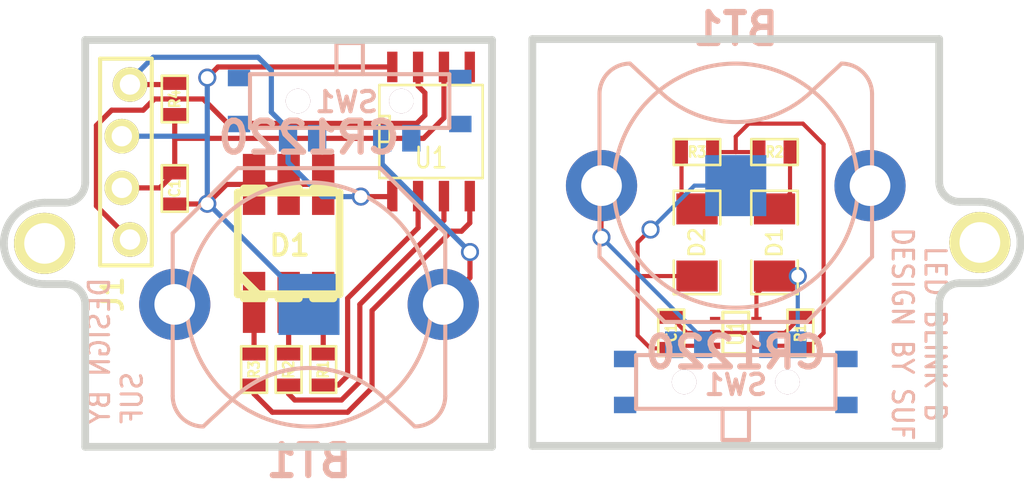
<source format=kicad_pcb>
(kicad_pcb (version 3) (host pcbnew "(2013-07-07 BZR 4022)-stable")

  (general
    (links 41)
    (no_connects 8)
    (area 43.626934 47.6406 220.629501 102.3404)
    (thickness 1.6002)
    (drawings 24)
    (tracks 120)
    (zones 0)
    (modules 21)
    (nets 13)
  )

  (page A4)
  (layers
    (15 F.Cu signal)
    (0 B.Cu signal)
    (16 B.Adhes user)
    (17 F.Adhes user)
    (18 B.Paste user)
    (19 F.Paste user)
    (20 B.SilkS user)
    (21 F.SilkS user)
    (22 B.Mask user)
    (23 F.Mask user)
    (24 Dwgs.User user)
    (25 Cmts.User user)
    (26 Eco1.User user)
    (27 Eco2.User user)
    (28 Edge.Cuts user)
  )

  (setup
    (last_trace_width 0.2032)
    (trace_clearance 0.254)
    (zone_clearance 0.508)
    (zone_45_only no)
    (trace_min 0.254)
    (segment_width 0.381)
    (edge_width 0.381)
    (via_size 0.889)
    (via_drill 0.635)
    (via_min_size 0.889)
    (via_min_drill 0.508)
    (uvia_size 0.508)
    (uvia_drill 0.127)
    (uvias_allowed no)
    (uvia_min_size 0.508)
    (uvia_min_drill 0.127)
    (pcb_text_width 0.3048)
    (pcb_text_size 1.524 2.032)
    (mod_edge_width 0.2)
    (mod_text_size 1.524 1.524)
    (mod_text_width 0.3048)
    (pad_size 3 3)
    (pad_drill 2)
    (pad_to_mask_clearance 0.254)
    (aux_axis_origin 100 100)
    (visible_elements 7FFFFFFF)
    (pcbplotparams
      (layerselection 3178497)
      (usegerberextensions true)
      (excludeedgelayer true)
      (linewidth 0.150000)
      (plotframeref false)
      (viasonmask false)
      (mode 1)
      (useauxorigin false)
      (hpglpennumber 1)
      (hpglpenspeed 20)
      (hpglpendiameter 15)
      (hpglpenoverlay 2)
      (psnegative false)
      (psa4output false)
      (plotreference true)
      (plotvalue true)
      (plotothertext true)
      (plotinvisibletext false)
      (padsonsilk false)
      (subtractmaskfromsilk false)
      (outputformat 1)
      (mirror false)
      (drillshape 1)
      (scaleselection 1)
      (outputdirectory ""))
  )

  (net 0 "")
  (net 1 GND)
  (net 2 N-000001)
  (net 3 N-0000010)
  (net 4 N-0000011)
  (net 5 N-0000012)
  (net 6 N-000002)
  (net 7 N-000003)
  (net 8 N-000004)
  (net 9 N-000006)
  (net 10 N-000007)
  (net 11 N-000008)
  (net 12 VCC)

  (net_class Default "This is the default net class."
    (clearance 0.254)
    (trace_width 0.2032)
    (via_dia 0.889)
    (via_drill 0.635)
    (uvia_dia 0.508)
    (uvia_drill 0.127)
    (add_net "")
    (add_net GND)
    (add_net N-000001)
    (add_net N-0000010)
    (add_net N-0000011)
    (add_net N-0000012)
    (add_net N-000002)
    (add_net N-000003)
    (add_net N-000004)
    (add_net N-000006)
    (add_net N-000007)
    (add_net N-000008)
    (add_net VCC)
  )

  (module SOIC-8 (layer F.Cu) (tedit 520E6ADF) (tstamp 520E533D)
    (at 71 54.5)
    (descr "Module CMS SOJ 8 pins large")
    (tags "CMS SOJ")
    (path /520D4457)
    (attr smd)
    (fp_text reference U1 (at 0 1.3) (layer F.SilkS)
      (effects (font (size 1.00076 0.8001) (thickness 0.127)))
    )
    (fp_text value MSP430G2230 (at 0 1.27) (layer F.SilkS) hide
      (effects (font (size 1.00076 0.8001) (thickness 0.127)))
    )
    (fp_line (start -2.54 -2.286) (end 2.54 -2.286) (layer F.SilkS) (width 0.127))
    (fp_line (start 2.54 -2.286) (end 2.54 2.286) (layer F.SilkS) (width 0.127))
    (fp_line (start 2.54 2.286) (end -2.54 2.286) (layer F.SilkS) (width 0.127))
    (fp_line (start -2.54 2.286) (end -2.54 -2.286) (layer F.SilkS) (width 0.127))
    (fp_line (start -2.54 -0.762) (end -2.032 -0.762) (layer F.SilkS) (width 0.127))
    (fp_line (start -2.032 -0.762) (end -2.032 0.508) (layer F.SilkS) (width 0.127))
    (fp_line (start -2.032 0.508) (end -2.54 0.508) (layer F.SilkS) (width 0.127))
    (pad 8 smd rect (at -1.905 -3.175) (size 0.508 1.50114)
      (layers F.Cu F.Paste F.Mask)
      (net 1 GND)
    )
    (pad 7 smd rect (at -0.635 -3.175) (size 0.508 1.50114)
      (layers F.Cu F.Paste F.Mask)
      (net 7 N-000003)
    )
    (pad 6 smd rect (at 0.635 -3.175) (size 0.508 1.50114)
      (layers F.Cu F.Paste F.Mask)
      (net 8 N-000004)
    )
    (pad 5 smd rect (at 1.905 -3.175) (size 0.508 1.50114)
      (layers F.Cu F.Paste F.Mask)
    )
    (pad 4 smd rect (at 1.905 3.175) (size 0.508 1.50114)
      (layers F.Cu F.Paste F.Mask)
      (net 3 N-0000010)
    )
    (pad 3 smd rect (at 0.635 3.175) (size 0.508 1.50114)
      (layers F.Cu F.Paste F.Mask)
      (net 4 N-0000011)
    )
    (pad 2 smd rect (at -0.635 3.175) (size 0.508 1.50114)
      (layers F.Cu F.Paste F.Mask)
      (net 5 N-0000012)
    )
    (pad 1 smd rect (at -1.905 3.175) (size 0.508 1.50114)
      (layers F.Cu F.Paste F.Mask)
      (net 12 VCC)
    )
    (model smd/cms_so8.wrl
      (at (xyz 0 0 0))
      (scale (xyz 0.5 0.38 0.5))
      (rotate (xyz 0 0 0))
    )
  )

  (module SM0603 (layer F.Cu) (tedit 4E43A3D1) (tstamp 520E5347)
    (at 65.7 66.2 270)
    (path /520D4484)
    (attr smd)
    (fp_text reference R1 (at 0 0 270) (layer F.SilkS)
      (effects (font (size 0.508 0.4572) (thickness 0.1143)))
    )
    (fp_text value 470 (at 0 0 270) (layer F.SilkS) hide
      (effects (font (size 0.508 0.4572) (thickness 0.1143)))
    )
    (fp_line (start -1.143 -0.635) (end 1.143 -0.635) (layer F.SilkS) (width 0.127))
    (fp_line (start 1.143 -0.635) (end 1.143 0.635) (layer F.SilkS) (width 0.127))
    (fp_line (start 1.143 0.635) (end -1.143 0.635) (layer F.SilkS) (width 0.127))
    (fp_line (start -1.143 0.635) (end -1.143 -0.635) (layer F.SilkS) (width 0.127))
    (pad 1 smd rect (at -0.762 0 270) (size 0.635 1.143)
      (layers F.Cu F.Paste F.Mask)
      (net 9 N-000006)
    )
    (pad 2 smd rect (at 0.762 0 270) (size 0.635 1.143)
      (layers F.Cu F.Paste F.Mask)
      (net 5 N-0000012)
    )
    (model smd\resistors\R0603.wrl
      (at (xyz 0 0 0.001))
      (scale (xyz 0.5 0.5 0.5))
      (rotate (xyz 0 0 0))
    )
  )

  (module SM0603 (layer F.Cu) (tedit 4E43A3D1) (tstamp 520E5351)
    (at 64 66.2 270)
    (path /520D449D)
    (attr smd)
    (fp_text reference R2 (at 0 0 270) (layer F.SilkS)
      (effects (font (size 0.508 0.4572) (thickness 0.1143)))
    )
    (fp_text value 470 (at 0 0 270) (layer F.SilkS) hide
      (effects (font (size 0.508 0.4572) (thickness 0.1143)))
    )
    (fp_line (start -1.143 -0.635) (end 1.143 -0.635) (layer F.SilkS) (width 0.127))
    (fp_line (start 1.143 -0.635) (end 1.143 0.635) (layer F.SilkS) (width 0.127))
    (fp_line (start 1.143 0.635) (end -1.143 0.635) (layer F.SilkS) (width 0.127))
    (fp_line (start -1.143 0.635) (end -1.143 -0.635) (layer F.SilkS) (width 0.127))
    (pad 1 smd rect (at -0.762 0 270) (size 0.635 1.143)
      (layers F.Cu F.Paste F.Mask)
      (net 10 N-000007)
    )
    (pad 2 smd rect (at 0.762 0 270) (size 0.635 1.143)
      (layers F.Cu F.Paste F.Mask)
      (net 4 N-0000011)
    )
    (model smd\resistors\R0603.wrl
      (at (xyz 0 0 0.001))
      (scale (xyz 0.5 0.5 0.5))
      (rotate (xyz 0 0 0))
    )
  )

  (module SM0603 (layer F.Cu) (tedit 4E43A3D1) (tstamp 520E535B)
    (at 62.3 66.2 270)
    (path /520D44AC)
    (attr smd)
    (fp_text reference R3 (at 0 0 270) (layer F.SilkS)
      (effects (font (size 0.508 0.4572) (thickness 0.1143)))
    )
    (fp_text value 470 (at 0 0 270) (layer F.SilkS) hide
      (effects (font (size 0.508 0.4572) (thickness 0.1143)))
    )
    (fp_line (start -1.143 -0.635) (end 1.143 -0.635) (layer F.SilkS) (width 0.127))
    (fp_line (start 1.143 -0.635) (end 1.143 0.635) (layer F.SilkS) (width 0.127))
    (fp_line (start 1.143 0.635) (end -1.143 0.635) (layer F.SilkS) (width 0.127))
    (fp_line (start -1.143 0.635) (end -1.143 -0.635) (layer F.SilkS) (width 0.127))
    (pad 1 smd rect (at -0.762 0 270) (size 0.635 1.143)
      (layers F.Cu F.Paste F.Mask)
      (net 11 N-000008)
    )
    (pad 2 smd rect (at 0.762 0 270) (size 0.635 1.143)
      (layers F.Cu F.Paste F.Mask)
      (net 3 N-0000010)
    )
    (model smd\resistors\R0603.wrl
      (at (xyz 0 0 0.001))
      (scale (xyz 0.5 0.5 0.5))
      (rotate (xyz 0 0 0))
    )
  )

  (module SM0603 (layer F.Cu) (tedit 4E43A3D1) (tstamp 520E5365)
    (at 58.4 52.9 270)
    (path /520D4558)
    (attr smd)
    (fp_text reference R4 (at 0 0 270) (layer F.SilkS)
      (effects (font (size 0.508 0.4572) (thickness 0.1143)))
    )
    (fp_text value 47K (at 0 0 270) (layer F.SilkS) hide
      (effects (font (size 0.508 0.4572) (thickness 0.1143)))
    )
    (fp_line (start -1.143 -0.635) (end 1.143 -0.635) (layer F.SilkS) (width 0.127))
    (fp_line (start 1.143 -0.635) (end 1.143 0.635) (layer F.SilkS) (width 0.127))
    (fp_line (start 1.143 0.635) (end -1.143 0.635) (layer F.SilkS) (width 0.127))
    (fp_line (start -1.143 0.635) (end -1.143 -0.635) (layer F.SilkS) (width 0.127))
    (pad 1 smd rect (at -0.762 0 270) (size 0.635 1.143)
      (layers F.Cu F.Paste F.Mask)
      (net 12 VCC)
    )
    (pad 2 smd rect (at 0.762 0 270) (size 0.635 1.143)
      (layers F.Cu F.Paste F.Mask)
      (net 8 N-000004)
    )
    (model smd\resistors\R0603.wrl
      (at (xyz 0 0 0.001))
      (scale (xyz 0.5 0.5 0.5))
      (rotate (xyz 0 0 0))
    )
  )

  (module SM0603 (layer F.Cu) (tedit 4E43A3D1) (tstamp 520E536F)
    (at 58.4 57.3 270)
    (path /520D4567)
    (attr smd)
    (fp_text reference C1 (at 0 0 270) (layer F.SilkS)
      (effects (font (size 0.508 0.4572) (thickness 0.1143)))
    )
    (fp_text value 1nF (at 0 0 270) (layer F.SilkS) hide
      (effects (font (size 0.508 0.4572) (thickness 0.1143)))
    )
    (fp_line (start -1.143 -0.635) (end 1.143 -0.635) (layer F.SilkS) (width 0.127))
    (fp_line (start 1.143 -0.635) (end 1.143 0.635) (layer F.SilkS) (width 0.127))
    (fp_line (start 1.143 0.635) (end -1.143 0.635) (layer F.SilkS) (width 0.127))
    (fp_line (start -1.143 0.635) (end -1.143 -0.635) (layer F.SilkS) (width 0.127))
    (pad 1 smd rect (at -0.762 0 270) (size 0.635 1.143)
      (layers F.Cu F.Paste F.Mask)
      (net 8 N-000004)
    )
    (pad 2 smd rect (at 0.762 0 270) (size 0.635 1.143)
      (layers F.Cu F.Paste F.Mask)
      (net 1 GND)
    )
    (model smd\resistors\R0603.wrl
      (at (xyz 0 0 0.001))
      (scale (xyz 0.5 0.5 0.5))
      (rotate (xyz 0 0 0))
    )
  )

  (module PLCC-6 (layer F.Cu) (tedit 520E6B0A) (tstamp 520E5386)
    (at 64 60)
    (path /520D4475)
    (fp_text reference D1 (at 0.05 0.1) (layer F.SilkS)
      (effects (font (size 1 1) (thickness 0.2)))
    )
    (fp_text value OF-SMD5060RGB (at 0 6) (layer F.SilkS) hide
      (effects (font (size 1.524 1.524) (thickness 0.3048)))
    )
    (fp_line (start 1.2 2.7) (end 2.2 2.7) (layer F.SilkS) (width 0.381))
    (fp_line (start -0.5 2.7) (end 0.5 2.7) (layer F.SilkS) (width 0.381))
    (fp_line (start -2.2 2.7) (end -1.2 2.7) (layer F.SilkS) (width 0.381))
    (fp_line (start -2.2 -2.7) (end -1.2 -2.7) (layer F.SilkS) (width 0.381))
    (fp_line (start 1.2 -2.7) (end 2.2 -2.7) (layer F.SilkS) (width 0.381))
    (fp_line (start -0.5 -2.5) (end -0.5 -2.7) (layer F.SilkS) (width 0.381))
    (fp_line (start -0.5 -2.7) (end 0.5 -2.7) (layer F.SilkS) (width 0.381))
    (fp_line (start 0.5 -2.7) (end 0.5 -2.5) (layer F.SilkS) (width 0.381))
    (fp_line (start -2.5 1.5) (end -1.5 2.5) (layer F.SilkS) (width 0.381))
    (fp_line (start -2.5 -2.5) (end 2.5 -2.5) (layer F.SilkS) (width 0.381))
    (fp_line (start 2.5 -2.5) (end 2.5 2.5) (layer F.SilkS) (width 0.381))
    (fp_line (start 2.5 2.5) (end -2.5 2.5) (layer F.SilkS) (width 0.381))
    (fp_line (start -2.5 2.5) (end -2.5 -2.5) (layer F.SilkS) (width 0.381))
    (pad 1 smd rect (at -1.7 2.9) (size 1.1 3)
      (layers F.Cu F.Paste F.Mask)
      (net 11 N-000008)
    )
    (pad 2 smd rect (at 0 2.9) (size 1.1 3)
      (layers F.Cu F.Paste F.Mask)
      (net 10 N-000007)
    )
    (pad 3 smd rect (at 1.7 2.9) (size 1.1 3)
      (layers F.Cu F.Paste F.Mask)
      (net 9 N-000006)
    )
    (pad 4 smd rect (at 1.7 -2.9) (size 1.1 3)
      (layers F.Cu F.Paste F.Mask)
      (net 1 GND)
    )
    (pad 5 smd rect (at 0 -2.9) (size 1.1 3)
      (layers F.Cu F.Paste F.Mask)
      (net 1 GND)
    )
    (pad 6 smd rect (at -1.7 -2.9) (size 1.1 3)
      (layers F.Cu F.Paste F.Mask)
      (net 1 GND)
    )
  )

  (module MLL1300S (layer B.Cu) (tedit 520E6AC4) (tstamp 520E539B)
    (at 67 53)
    (path /520D4448)
    (fp_text reference SW1 (at -0.15 0.05) (layer B.SilkS)
      (effects (font (size 1 1) (thickness 0.2)) (justify mirror))
    )
    (fp_text value MLL1300S (at 0 -4.191) (layer B.SilkS) hide
      (effects (font (size 1.524 1.524) (thickness 0.3048)) (justify mirror))
    )
    (fp_line (start -0.65 -1.32) (end -0.65 -2.85) (layer B.SilkS) (width 0.2))
    (fp_line (start -0.65 -2.85) (end 0.65 -2.85) (layer B.SilkS) (width 0.2))
    (fp_line (start 0.65 -2.85) (end 0.65 -1.32) (layer B.SilkS) (width 0.2))
    (fp_line (start -4.9 -1.32) (end -4.9 1.32) (layer B.SilkS) (width 0.2))
    (fp_line (start -4.9 1.32) (end 4.9 1.32) (layer B.SilkS) (width 0.2))
    (fp_line (start 4.9 1.32) (end 4.9 -1.32) (layer B.SilkS) (width 0.2))
    (fp_line (start 4.9 -1.32) (end -4.9 -1.32) (layer B.SilkS) (width 0.2))
    (pad ~ thru_hole circle (at 2.54 0) (size 1.2 1.2) (drill 1.2)
      (layers *.Cu *.Mask B.SilkS)
    )
    (pad ~ thru_hole circle (at -2.54 0) (size 1.2 1.2) (drill 1.2)
      (layers *.Cu *.Mask B.SilkS)
    )
    (pad 1 smd rect (at -3.03 1.83) (size 0.9 1.31)
      (layers B.Cu B.Paste B.Mask)
      (net 12 VCC)
    )
    (pad 2 smd rect (at -1.6 1.83) (size 0.9 1.31)
      (layers B.Cu B.Paste B.Mask)
    )
    (pad 3 smd rect (at 1.6 1.83) (size 0.9 1.31)
      (layers B.Cu B.Paste B.Mask)
      (net 6 N-000002)
    )
    (pad 4 smd rect (at 3.03 1.83) (size 0.9 1.31)
      (layers B.Cu B.Paste B.Mask)
    )
    (pad ~ smd rect (at -5.44 1.13) (size 1.1 0.81)
      (layers B.Cu B.Paste B.Mask)
    )
    (pad ~ smd rect (at -5.44 -1.13) (size 1.1 0.81)
      (layers B.Cu B.Paste B.Mask)
    )
    (pad ~ smd rect (at 5.44 1.13) (size 1.1 0.81)
      (layers B.Cu B.Paste B.Mask)
    )
    (pad ~ smd rect (at 5.44 -1.13) (size 1.1 0.81)
      (layers B.Cu B.Paste B.Mask)
    )
  )

  (module HDR-TI-SBW (layer F.Cu) (tedit 520E98B2) (tstamp 520E53B9)
    (at 56 56 90)
    (path /520D9946)
    (fp_text reference J1 (at -6.5 -0.65 90) (layer F.SilkS)
      (effects (font (size 1 1) (thickness 0.2)))
    )
    (fp_text value SBW (at 0 2.54 90) (layer F.SilkS) hide
      (effects (font (size 1.524 1.524) (thickness 0.3048)))
    )
    (fp_line (start -5.08 1.27) (end 5.08 1.27) (layer F.SilkS) (width 0.2))
    (fp_line (start -5.08 -1.27) (end 5.08 -1.27) (layer F.SilkS) (width 0.2))
    (fp_line (start 5.08 -1.27) (end 5.08 1.27) (layer F.SilkS) (width 0.2))
    (fp_line (start -5.08 -1.27) (end -5.08 1.27) (layer F.SilkS) (width 0.2))
    (pad 1 thru_hole circle (at -3.81 0.2 90) (size 1.69926 1.69926) (drill 1.00076)
      (layers *.Cu *.Mask F.SilkS)
      (net 7 N-000003)
    )
    (pad 2 thru_hole circle (at -1.27 -0.2 90) (size 1.69926 1.69926) (drill 1.00076)
      (layers *.Cu *.Mask F.SilkS)
      (net 8 N-000004)
    )
    (pad 3 thru_hole circle (at 1.27 -0.2 90) (size 1.69926 1.69926) (drill 1.00076)
      (layers *.Cu *.Mask F.SilkS)
      (net 1 GND)
    )
    (pad 4 thru_hole circle (at 3.81 0.2 90) (size 1.69926 1.69926) (drill 1.00076)
      (layers *.Cu *.Mask F.SilkS)
      (net 12 VCC)
    )
  )

  (module MNT_HOLE_2 (layer F.Cu) (tedit 520EEDEF) (tstamp 520FA5BD)
    (at 52 60)
    (fp_text reference MNT_HOLE_2 (at 0 -2.6) (layer F.SilkS) hide
      (effects (font (size 1.524 1.524) (thickness 0.3048)))
    )
    (fp_text value Val** (at 0 2.8) (layer F.SilkS) hide
      (effects (font (size 1.524 1.524) (thickness 0.3048)))
    )
    (pad "" thru_hole circle (at 0 0) (size 3 3) (drill 2)
      (layers *.Cu *.Mask F.SilkS)
    )
  )

  (module Keystone-3001 (layer B.Cu) (tedit 526DE9AD) (tstamp 520E53AD)
    (at 65 63)
    (path /520D4606)
    (fp_text reference BT1 (at 0 7.7) (layer B.SilkS)
      (effects (font (size 1.524 1.524) (thickness 0.3048)) (justify mirror))
    )
    (fp_text value CR1220 (at 0 -8.2) (layer B.SilkS)
      (effects (font (size 1.524 1.524) (thickness 0.3048)) (justify mirror))
    )
    (fp_line (start -3.8 4.7) (end -5.2 6) (layer B.SilkS) (width 0.2))
    (fp_line (start 3.8 4.7) (end 5.2 6) (layer B.SilkS) (width 0.2))
    (fp_arc (start 0 8.5) (end 3.8 4.7) (angle -90) (layer B.SilkS) (width 0.2))
    (fp_arc (start -5.2 4.5) (end -6.7 4.5) (angle -90) (layer B.SilkS) (width 0.2))
    (fp_line (start -3.5 -6.7) (end -6.7 -3.5) (layer B.SilkS) (width 0.2))
    (fp_line (start -6.7 -3.5) (end -6.7 4.5) (layer B.SilkS) (width 0.2))
    (fp_line (start 6.7 -3.5) (end 3.5 -6.7) (layer B.SilkS) (width 0.2))
    (fp_arc (start 5.2 4.5) (end 5.2 6) (angle -90) (layer B.SilkS) (width 0.2))
    (fp_line (start 6.7 -3.5) (end 6.7 4.5) (layer B.SilkS) (width 0.2))
    (fp_line (start -3.5 -6.7) (end 3.5 -6.7) (layer B.SilkS) (width 0.2))
    (fp_circle (center 0 0) (end -6 -0.1) (layer B.SilkS) (width 0.2))
    (pad 2 smd rect (at 0 0) (size 3 3)
      (layers B.Cu B.Paste B.Mask)
      (net 1 GND)
    )
    (pad 1 thru_hole circle (at 6.6 0) (size 3.5 3.5) (drill 2)
      (layers F.Cu F.Mask)
      (net 6 N-000002)
    )
    (pad 1 thru_hole circle (at -6.6 0) (size 3.5 3.5) (drill 2)
      (layers F.Cu F.Mask)
      (net 6 N-000002)
    )
  )

  (module SOT353 (layer F.Cu) (tedit 46555299) (tstamp 51F7B778)
    (at 85.9822 64.3993)
    (descr SOT353)
    (path /51F7AFFC)
    (attr smd)
    (fp_text reference U1 (at 0 0 90) (layer F.SilkS)
      (effects (font (size 0.762 0.635) (thickness 0.127)))
    )
    (fp_text value 74AHC1G14 (at 0 0 90) (layer F.SilkS) hide
      (effects (font (size 0.762 0.635) (thickness 0.127)))
    )
    (fp_line (start 0.635 1.016) (end 0.635 -1.016) (layer F.SilkS) (width 0.1524))
    (fp_line (start 0.635 -1.016) (end -0.635 -1.016) (layer F.SilkS) (width 0.1524))
    (fp_line (start -0.635 -1.016) (end -0.635 1.016) (layer F.SilkS) (width 0.1524))
    (fp_line (start -0.635 1.016) (end 0.635 1.016) (layer F.SilkS) (width 0.1524))
    (pad 1 smd rect (at -1.016 -0.635) (size 0.508 0.3048)
      (layers F.Cu F.Paste F.Mask)
    )
    (pad 3 smd rect (at -1.016 0.635) (size 0.508 0.3048)
      (layers F.Cu F.Paste F.Mask)
      (net 1 GND)
    )
    (pad 5 smd rect (at 1.016 -0.635) (size 0.508 0.3048)
      (layers F.Cu F.Paste F.Mask)
      (net 12 VCC)
    )
    (pad 2 smd rect (at -1.016 0) (size 0.508 0.3048)
      (layers F.Cu F.Paste F.Mask)
      (net 8 N-000004)
    )
    (pad 4 smd rect (at 1.016 0.635) (size 0.508 0.3048)
      (layers F.Cu F.Paste F.Mask)
      (net 7 N-000003)
    )
  )

  (module SM0603 (layer F.Cu) (tedit 4E43A3D1) (tstamp 51F7B79C)
    (at 84.0772 55.5093 180)
    (path /51F7B056)
    (attr smd)
    (fp_text reference R3 (at 0 0 180) (layer F.SilkS)
      (effects (font (size 0.508 0.4572) (thickness 0.1143)))
    )
    (fp_text value 470 (at 0 0 180) (layer F.SilkS) hide
      (effects (font (size 0.508 0.4572) (thickness 0.1143)))
    )
    (fp_line (start -1.143 -0.635) (end 1.143 -0.635) (layer F.SilkS) (width 0.127))
    (fp_line (start 1.143 -0.635) (end 1.143 0.635) (layer F.SilkS) (width 0.127))
    (fp_line (start 1.143 0.635) (end -1.143 0.635) (layer F.SilkS) (width 0.127))
    (fp_line (start -1.143 0.635) (end -1.143 -0.635) (layer F.SilkS) (width 0.127))
    (pad 1 smd rect (at -0.762 0 180) (size 0.635 1.143)
      (layers F.Cu F.Paste F.Mask)
      (net 7 N-000003)
    )
    (pad 2 smd rect (at 0.762 0 180) (size 0.635 1.143)
      (layers F.Cu F.Paste F.Mask)
      (net 2 N-000001)
    )
    (model smd\resistors\R0603.wrl
      (at (xyz 0 0 0.001))
      (scale (xyz 0.5 0.5 0.5))
      (rotate (xyz 0 0 0))
    )
  )

  (module SM0603 (layer F.Cu) (tedit 4E43A3D1) (tstamp 51F7B79E)
    (at 87.8872 55.5093 180)
    (path /51F7B052)
    (attr smd)
    (fp_text reference R2 (at 0 0 180) (layer F.SilkS)
      (effects (font (size 0.508 0.4572) (thickness 0.1143)))
    )
    (fp_text value 470 (at 0 0 180) (layer F.SilkS) hide
      (effects (font (size 0.508 0.4572) (thickness 0.1143)))
    )
    (fp_line (start -1.143 -0.635) (end 1.143 -0.635) (layer F.SilkS) (width 0.127))
    (fp_line (start 1.143 -0.635) (end 1.143 0.635) (layer F.SilkS) (width 0.127))
    (fp_line (start 1.143 0.635) (end -1.143 0.635) (layer F.SilkS) (width 0.127))
    (fp_line (start -1.143 0.635) (end -1.143 -0.635) (layer F.SilkS) (width 0.127))
    (pad 1 smd rect (at -0.762 0 180) (size 0.635 1.143)
      (layers F.Cu F.Paste F.Mask)
      (net 6 N-000002)
    )
    (pad 2 smd rect (at 0.762 0 180) (size 0.635 1.143)
      (layers F.Cu F.Paste F.Mask)
      (net 7 N-000003)
    )
    (model smd\resistors\R0603.wrl
      (at (xyz 0 0 0.001))
      (scale (xyz 0.5 0.5 0.5))
      (rotate (xyz 0 0 0))
    )
  )

  (module SM0603 (layer F.Cu) (tedit 4E43A3D1) (tstamp 51F7B7A0)
    (at 89.1572 64.3993 270)
    (path /51F7B04E)
    (attr smd)
    (fp_text reference R1 (at 0 0 270) (layer F.SilkS)
      (effects (font (size 0.508 0.4572) (thickness 0.1143)))
    )
    (fp_text value 27K (at 0 0 270) (layer F.SilkS) hide
      (effects (font (size 0.508 0.4572) (thickness 0.1143)))
    )
    (fp_line (start -1.143 -0.635) (end 1.143 -0.635) (layer F.SilkS) (width 0.127))
    (fp_line (start 1.143 -0.635) (end 1.143 0.635) (layer F.SilkS) (width 0.127))
    (fp_line (start 1.143 0.635) (end -1.143 0.635) (layer F.SilkS) (width 0.127))
    (fp_line (start -1.143 0.635) (end -1.143 -0.635) (layer F.SilkS) (width 0.127))
    (pad 1 smd rect (at -0.762 0 270) (size 0.635 1.143)
      (layers F.Cu F.Paste F.Mask)
      (net 8 N-000004)
    )
    (pad 2 smd rect (at 0.762 0 270) (size 0.635 1.143)
      (layers F.Cu F.Paste F.Mask)
      (net 7 N-000003)
    )
    (model smd\resistors\R0603.wrl
      (at (xyz 0 0 0.001))
      (scale (xyz 0.5 0.5 0.5))
      (rotate (xyz 0 0 0))
    )
  )

  (module SM0603 (layer F.Cu) (tedit 4E43A3D1) (tstamp 51F7B7A2)
    (at 82.8072 64.3993 270)
    (path /51F7B041)
    (attr smd)
    (fp_text reference C1 (at 0 0 270) (layer F.SilkS)
      (effects (font (size 0.508 0.4572) (thickness 0.1143)))
    )
    (fp_text value 10uF/6.3V (at 0 0 270) (layer F.SilkS) hide
      (effects (font (size 0.508 0.4572) (thickness 0.1143)))
    )
    (fp_line (start -1.143 -0.635) (end 1.143 -0.635) (layer F.SilkS) (width 0.127))
    (fp_line (start 1.143 -0.635) (end 1.143 0.635) (layer F.SilkS) (width 0.127))
    (fp_line (start 1.143 0.635) (end -1.143 0.635) (layer F.SilkS) (width 0.127))
    (fp_line (start -1.143 0.635) (end -1.143 -0.635) (layer F.SilkS) (width 0.127))
    (pad 1 smd rect (at -0.762 0 270) (size 0.635 1.143)
      (layers F.Cu F.Paste F.Mask)
      (net 8 N-000004)
    )
    (pad 2 smd rect (at 0.762 0 270) (size 0.635 1.143)
      (layers F.Cu F.Paste F.Mask)
      (net 1 GND)
    )
    (model smd\resistors\R0603.wrl
      (at (xyz 0 0 0.001))
      (scale (xyz 0.5 0.5 0.5))
      (rotate (xyz 0 0 0))
    )
  )

  (module SM1206 (layer F.Cu) (tedit 42806E24) (tstamp 51F7B798)
    (at 87.8872 59.9543 90)
    (path /51F7B063)
    (attr smd)
    (fp_text reference D1 (at 0 0 90) (layer F.SilkS)
      (effects (font (size 0.762 0.762) (thickness 0.127)))
    )
    (fp_text value LED (at 0 0 90) (layer F.SilkS) hide
      (effects (font (size 0.762 0.762) (thickness 0.127)))
    )
    (fp_line (start -2.54 -1.143) (end -2.54 1.143) (layer F.SilkS) (width 0.127))
    (fp_line (start -2.54 1.143) (end -0.889 1.143) (layer F.SilkS) (width 0.127))
    (fp_line (start 0.889 -1.143) (end 2.54 -1.143) (layer F.SilkS) (width 0.127))
    (fp_line (start 2.54 -1.143) (end 2.54 1.143) (layer F.SilkS) (width 0.127))
    (fp_line (start 2.54 1.143) (end 0.889 1.143) (layer F.SilkS) (width 0.127))
    (fp_line (start -0.889 -1.143) (end -2.54 -1.143) (layer F.SilkS) (width 0.127))
    (pad 1 smd rect (at -1.651 0 90) (size 1.524 2.032)
      (layers F.Cu F.Paste F.Mask)
      (net 12 VCC)
    )
    (pad 2 smd rect (at 1.651 0 90) (size 1.524 2.032)
      (layers F.Cu F.Paste F.Mask)
      (net 6 N-000002)
    )
    (model smd/chip_cms.wrl
      (at (xyz 0 0 0))
      (scale (xyz 0.17 0.16 0.16))
      (rotate (xyz 0 0 0))
    )
  )

  (module SM1206 (layer F.Cu) (tedit 42806E24) (tstamp 51F7B79A)
    (at 84.0772 59.9543 270)
    (path /51F7B060)
    (attr smd)
    (fp_text reference D2 (at 0 0 270) (layer F.SilkS)
      (effects (font (size 0.762 0.762) (thickness 0.127)))
    )
    (fp_text value LED (at 0 0 270) (layer F.SilkS) hide
      (effects (font (size 0.762 0.762) (thickness 0.127)))
    )
    (fp_line (start -2.54 -1.143) (end -2.54 1.143) (layer F.SilkS) (width 0.127))
    (fp_line (start -2.54 1.143) (end -0.889 1.143) (layer F.SilkS) (width 0.127))
    (fp_line (start 0.889 -1.143) (end 2.54 -1.143) (layer F.SilkS) (width 0.127))
    (fp_line (start 2.54 -1.143) (end 2.54 1.143) (layer F.SilkS) (width 0.127))
    (fp_line (start 2.54 1.143) (end 0.889 1.143) (layer F.SilkS) (width 0.127))
    (fp_line (start -0.889 -1.143) (end -2.54 -1.143) (layer F.SilkS) (width 0.127))
    (pad 1 smd rect (at -1.651 0 270) (size 1.524 2.032)
      (layers F.Cu F.Paste F.Mask)
      (net 2 N-000001)
    )
    (pad 2 smd rect (at 1.651 0 270) (size 1.524 2.032)
      (layers F.Cu F.Paste F.Mask)
      (net 1 GND)
    )
    (model smd/chip_cms.wrl
      (at (xyz 0 0 0))
      (scale (xyz 0.17 0.16 0.16))
      (rotate (xyz 0 0 0))
    )
  )

  (module MLL1300S (layer B.Cu) (tedit 520EF34F) (tstamp 520C4F59)
    (at 85.9822 66.8123 180)
    (path /520C4F3F)
    (fp_text reference SW1 (at 0 -0.142 180) (layer B.SilkS)
      (effects (font (size 1 1) (thickness 0.2)) (justify mirror))
    )
    (fp_text value MLL1300S (at 0 -4.191 180) (layer B.SilkS) hide
      (effects (font (size 1.524 1.524) (thickness 0.3048)) (justify mirror))
    )
    (fp_line (start -0.65 -1.32) (end -0.65 -2.85) (layer B.SilkS) (width 0.2))
    (fp_line (start -0.65 -2.85) (end 0.65 -2.85) (layer B.SilkS) (width 0.2))
    (fp_line (start 0.65 -2.85) (end 0.65 -1.32) (layer B.SilkS) (width 0.2))
    (fp_line (start -4.9 -1.32) (end -4.9 1.32) (layer B.SilkS) (width 0.2))
    (fp_line (start -4.9 1.32) (end 4.9 1.32) (layer B.SilkS) (width 0.2))
    (fp_line (start 4.9 1.32) (end 4.9 -1.32) (layer B.SilkS) (width 0.2))
    (fp_line (start 4.9 -1.32) (end -4.9 -1.32) (layer B.SilkS) (width 0.2))
    (pad ~ thru_hole circle (at 2.54 0 180) (size 1.2 1.2) (drill 1.2)
      (layers *.Cu *.Mask B.SilkS)
    )
    (pad ~ thru_hole circle (at -2.54 0 180) (size 1.2 1.2) (drill 1.2)
      (layers *.Cu *.Mask B.SilkS)
    )
    (pad 1 smd rect (at -3.03 1.83 180) (size 0.9 1.31)
      (layers B.Cu B.Paste B.Mask)
      (net 12 VCC)
    )
    (pad 2 smd rect (at -1.6 1.83 180) (size 0.9 1.31)
      (layers B.Cu B.Paste B.Mask)
    )
    (pad 3 smd rect (at 1.6 1.83 180) (size 0.9 1.31)
      (layers B.Cu B.Paste B.Mask)
      (net 11 N-000008)
    )
    (pad 4 smd rect (at 3.03 1.83 180) (size 0.9 1.31)
      (layers B.Cu B.Paste B.Mask)
    )
    (pad ~ smd rect (at -5.44 1.13 180) (size 1.1 0.81)
      (layers B.Cu B.Paste B.Mask)
    )
    (pad ~ smd rect (at -5.44 -1.13 180) (size 1.1 0.81)
      (layers B.Cu B.Paste B.Mask)
    )
    (pad ~ smd rect (at 5.44 1.13 180) (size 1.1 0.81)
      (layers B.Cu B.Paste B.Mask)
    )
    (pad ~ smd rect (at 5.44 -1.13 180) (size 1.1 0.81)
      (layers B.Cu B.Paste B.Mask)
    )
  )

  (module MNT_HOLE_2 (layer F.Cu) (tedit 520EEDEF) (tstamp 520F4BC9)
    (at 97.9822 59.9543 180)
    (fp_text reference MNT_HOLE_2 (at 0 -2.6 180) (layer F.SilkS) hide
      (effects (font (size 1.524 1.524) (thickness 0.3048)))
    )
    (fp_text value Val** (at 0 2.8 180) (layer F.SilkS) hide
      (effects (font (size 1.524 1.524) (thickness 0.3048)))
    )
    (pad "" thru_hole circle (at 0 0 180) (size 3 3) (drill 2)
      (layers *.Cu *.Mask F.SilkS)
    )
  )

  (module Keystone-3001 (layer B.Cu) (tedit 526DE9AD) (tstamp 5204FD63)
    (at 85.9822 57.1603 180)
    (path /5204F7AD)
    (fp_text reference BT1 (at 0 7.7 180) (layer B.SilkS)
      (effects (font (size 1.524 1.524) (thickness 0.3048)) (justify mirror))
    )
    (fp_text value CR1220 (at 0 -8.2 180) (layer B.SilkS)
      (effects (font (size 1.524 1.524) (thickness 0.3048)) (justify mirror))
    )
    (fp_line (start -3.8 4.7) (end -5.2 6) (layer B.SilkS) (width 0.2))
    (fp_line (start 3.8 4.7) (end 5.2 6) (layer B.SilkS) (width 0.2))
    (fp_arc (start 0 8.5) (end 3.8 4.7) (angle -90) (layer B.SilkS) (width 0.2))
    (fp_arc (start -5.2 4.5) (end -6.7 4.5) (angle -90) (layer B.SilkS) (width 0.2))
    (fp_line (start -3.5 -6.7) (end -6.7 -3.5) (layer B.SilkS) (width 0.2))
    (fp_line (start -6.7 -3.5) (end -6.7 4.5) (layer B.SilkS) (width 0.2))
    (fp_line (start 6.7 -3.5) (end 3.5 -6.7) (layer B.SilkS) (width 0.2))
    (fp_arc (start 5.2 4.5) (end 5.2 6) (angle -90) (layer B.SilkS) (width 0.2))
    (fp_line (start 6.7 -3.5) (end 6.7 4.5) (layer B.SilkS) (width 0.2))
    (fp_line (start -3.5 -6.7) (end 3.5 -6.7) (layer B.SilkS) (width 0.2))
    (fp_circle (center 0 0) (end -6 -0.1) (layer B.SilkS) (width 0.2))
    (pad 2 smd rect (at 0 0 180) (size 3 3)
      (layers B.Cu B.Paste B.Mask)
      (net 1 GND)
    )
    (pad 1 thru_hole circle (at 6.6 0 180) (size 3.5 3.5) (drill 2)
      (layers F.Cu F.Mask)
      (net 11 N-000008)
    )
    (pad 1 thru_hole circle (at -6.6 0 180) (size 3.5 3.5) (drill 2)
      (layers F.Cu F.Mask)
      (net 11 N-000008)
    )
  )

  (gr_line (start 54 63) (end 54 70) (angle 90) (layer Edge.Cuts) (width 0.381))
  (gr_line (start 54 50) (end 54 57) (angle 90) (layer Edge.Cuts) (width 0.381))
  (gr_line (start 52 58) (end 53 58) (angle 90) (layer Edge.Cuts) (width 0.381))
  (gr_line (start 52 62) (end 53 62) (angle 90) (layer Edge.Cuts) (width 0.381))
  (gr_arc (start 53 63) (end 53 62) (angle 90) (layer Edge.Cuts) (width 0.381))
  (gr_arc (start 53 57) (end 54 57) (angle 90) (layer Edge.Cuts) (width 0.381))
  (gr_arc (start 52 60) (end 52 62) (angle 90) (layer Edge.Cuts) (width 0.381))
  (gr_arc (start 52 60) (end 50 60) (angle 90) (layer Edge.Cuts) (width 0.381))
  (gr_text "DESIGN BY\nSUF" (at 55.5 69 90) (layer B.SilkS)
    (effects (font (size 1 0.9) (thickness 0.15)) (justify right mirror))
  )
  (gr_line (start 74 50) (end 54 50) (angle 90) (layer Edge.Cuts) (width 0.381))
  (gr_line (start 74 70) (end 74 50) (angle 90) (layer Edge.Cuts) (width 0.381))
  (gr_line (start 54 70) (end 74 70) (angle 90) (layer Edge.Cuts) (width 0.381))
  (gr_text "LED BLINK B\nDESIGN BY SUF" (at 94.9822 64.4543 270) (layer B.SilkS)
    (effects (font (size 1 0.9) (thickness 0.15)))
  )
  (gr_line (start 95.9822 56.9543) (end 95.9822 49.9543) (angle 90) (layer Edge.Cuts) (width 0.381))
  (gr_line (start 95.9822 69.9543) (end 95.9822 62.9543) (angle 90) (layer Edge.Cuts) (width 0.381))
  (gr_line (start 97.9822 61.9543) (end 96.9822 61.9543) (angle 90) (layer Edge.Cuts) (width 0.381))
  (gr_line (start 97.9822 57.9543) (end 96.9822 57.9543) (angle 90) (layer Edge.Cuts) (width 0.381))
  (gr_arc (start 96.9822 56.9543) (end 96.9822 57.9543) (angle 90) (layer Edge.Cuts) (width 0.381))
  (gr_arc (start 96.9822 62.9543) (end 95.9822 62.9543) (angle 90) (layer Edge.Cuts) (width 0.381))
  (gr_arc (start 97.9822 59.9543) (end 97.9822 57.9543) (angle 90) (layer Edge.Cuts) (width 0.381))
  (gr_arc (start 97.9822 59.9543) (end 99.9822 59.9543) (angle 90) (layer Edge.Cuts) (width 0.381))
  (gr_line (start 75.9822 69.9543) (end 95.9822 69.9543) (angle 90) (layer Edge.Cuts) (width 0.381))
  (gr_line (start 75.9822 49.9543) (end 75.9822 69.9543) (angle 90) (layer Edge.Cuts) (width 0.381))
  (gr_line (start 95.9822 49.9543) (end 75.9822 49.9543) (angle 90) (layer Edge.Cuts) (width 0.381))

  (segment (start 55.8 54.73) (end 60 54.73) (width 0.254) (layer B.Cu) (net 1))
  (segment (start 60 58.05) (end 60.05 58.05) (width 0.254) (layer B.Cu) (net 1))
  (segment (start 60.05 58.05) (end 65 63) (width 0.254) (layer B.Cu) (net 1) (tstamp 526DECF8))
  (segment (start 62.3 57.1) (end 60.95 57.1) (width 0.254) (layer F.Cu) (net 1))
  (segment (start 60.95 57.1) (end 60 58.05) (width 0.254) (layer F.Cu) (net 1) (tstamp 526DECE5))
  (segment (start 69.095 51.325) (end 60.525 51.325) (width 0.254) (layer F.Cu) (net 1))
  (segment (start 60.525 51.325) (end 60 51.85) (width 0.254) (layer F.Cu) (net 1) (tstamp 520E5719))
  (via (at 60 51.85) (size 0.889) (layers F.Cu B.Cu) (net 1))
  (segment (start 60 51.85) (end 60 54.73) (width 0.254) (layer B.Cu) (net 1) (tstamp 520E571B))
  (segment (start 60 54.73) (end 60 58.05) (width 0.254) (layer B.Cu) (net 1) (tstamp 52D5BA5E))
  (via (at 60 58.05) (size 0.889) (layers F.Cu B.Cu) (net 1))
  (segment (start 59.988 58.062) (end 58.4 58.062) (width 0.254) (layer F.Cu) (net 1) (tstamp 520E571F))
  (segment (start 60 58.05) (end 59.988 58.062) (width 0.254) (layer F.Cu) (net 1) (tstamp 520E571E))
  (segment (start 62.3 57.1) (end 64 57.1) (width 0.254) (layer F.Cu) (net 1))
  (segment (start 64 57.1) (end 65.7 57.1) (width 0.254) (layer F.Cu) (net 1) (tstamp 520E5685))
  (segment (start 84.0772 61.6053) (end 81.1562 61.6053) (width 0.2032) (layer F.Cu) (net 1))
  (segment (start 82.8072 65.1613) (end 81.7912 65.1613) (width 0.2032) (layer F.Cu) (net 1))
  (segment (start 83.9502 57.1603) (end 85.9822 57.1603) (width 0.2032) (layer B.Cu) (net 1) (tstamp 526DFC9E))
  (segment (start 81.7912 59.3193) (end 83.9502 57.1603) (width 0.2032) (layer B.Cu) (net 1) (tstamp 526DFC9D))
  (via (at 81.7912 59.3193) (size 0.889) (layers F.Cu B.Cu) (net 1))
  (segment (start 81.1562 59.9543) (end 81.7912 59.3193) (width 0.2032) (layer F.Cu) (net 1) (tstamp 526DFC9B))
  (segment (start 81.1562 64.5263) (end 81.1562 61.6053) (width 0.2032) (layer F.Cu) (net 1) (tstamp 526DFC9A))
  (segment (start 81.1562 61.6053) (end 81.1562 59.9543) (width 0.2032) (layer F.Cu) (net 1) (tstamp 526DFCA5))
  (segment (start 81.7912 65.1613) (end 81.1562 64.5263) (width 0.2032) (layer F.Cu) (net 1) (tstamp 526DFC98))
  (segment (start 84.9662 65.0343) (end 82.9342 65.0343) (width 0.2032) (layer F.Cu) (net 1))
  (segment (start 82.9342 65.0343) (end 82.8072 65.1613) (width 0.2032) (layer F.Cu) (net 1) (tstamp 52092F96))
  (segment (start 82.9342 65.0343) (end 82.8072 65.1613) (width 0.2032) (layer F.Cu) (net 1) (tstamp 52092B1D))
  (segment (start 83.3152 55.5093) (end 83.3152 57.5413) (width 0.2032) (layer F.Cu) (net 2))
  (segment (start 83.3152 57.5413) (end 84.0772 58.3033) (width 0.2032) (layer F.Cu) (net 2) (tstamp 52092E53))
  (segment (start 72.905 57.675) (end 72.905 58.995) (width 0.254) (layer F.Cu) (net 3) (status 10))
  (segment (start 62.3 67.4) (end 63.2 68.3) (width 0.254) (layer F.Cu) (net 3) (tstamp 520E564B))
  (segment (start 63.2 68.3) (end 66.9 68.3) (width 0.254) (layer F.Cu) (net 3) (tstamp 520E564C))
  (segment (start 66.9 68.3) (end 68.1 67.1) (width 0.254) (layer F.Cu) (net 3) (tstamp 520E564D))
  (segment (start 68.1 67.1) (end 68.1 63.3) (width 0.254) (layer F.Cu) (net 3) (tstamp 520E564F))
  (segment (start 62.3 67.4) (end 62.3 66.962) (width 0.254) (layer F.Cu) (net 3))
  (segment (start 72 59.4) (end 68.1 63.3) (width 0.254) (layer F.Cu) (net 3) (tstamp 520E5682))
  (segment (start 72.5 59.4) (end 72 59.4) (width 0.254) (layer F.Cu) (net 3) (tstamp 520E5681))
  (segment (start 72.905 58.995) (end 72.5 59.4) (width 0.254) (layer F.Cu) (net 3) (tstamp 520E5680))
  (segment (start 71.635 57.675) (end 71.635 58.865) (width 0.254) (layer F.Cu) (net 4))
  (segment (start 64 67.4) (end 64 66.962) (width 0.254) (layer F.Cu) (net 4))
  (segment (start 67.5 66.8) (end 67.5 63) (width 0.254) (layer F.Cu) (net 4) (tstamp 520E563F))
  (segment (start 66.6 67.7) (end 67.5 66.8) (width 0.254) (layer F.Cu) (net 4) (tstamp 520E563E))
  (segment (start 64.3 67.7) (end 66.6 67.7) (width 0.254) (layer F.Cu) (net 4) (tstamp 520E563D))
  (segment (start 64 67.4) (end 64.3 67.7) (width 0.254) (layer F.Cu) (net 4) (tstamp 520E563C))
  (segment (start 71.635 58.865) (end 67.5 63) (width 0.254) (layer F.Cu) (net 4) (tstamp 520E56DE))
  (segment (start 70.365 57.675) (end 70.365 59.235) (width 0.254) (layer F.Cu) (net 5) (status 10))
  (segment (start 66.438 66.962) (end 66.9 66.5) (width 0.254) (layer F.Cu) (net 5) (tstamp 520E5634))
  (segment (start 66.9 66.5) (end 66.9 62.7) (width 0.254) (layer F.Cu) (net 5) (tstamp 520E5635))
  (segment (start 66.438 66.962) (end 65.7 66.962) (width 0.254) (layer F.Cu) (net 5))
  (segment (start 70.365 59.235) (end 66.9 62.7) (width 0.254) (layer F.Cu) (net 5) (tstamp 520E5671))
  (segment (start 68.6 54.83) (end 68.6 56.109) (width 0.254) (layer B.Cu) (net 6))
  (segment (start 72.915 61.685) (end 71.6 63) (width 0.254) (layer F.Cu) (net 6) (tstamp 526DEC0A))
  (segment (start 72.915 60.424) (end 72.915 61.685) (width 0.254) (layer F.Cu) (net 6) (tstamp 526DEC09))
  (via (at 72.915 60.424) (size 0.889) (layers F.Cu B.Cu) (net 6))
  (segment (start 68.6 56.109) (end 72.915 60.424) (width 0.254) (layer B.Cu) (net 6) (tstamp 526DEBFC))
  (segment (start 88.6492 55.5093) (end 88.6492 57.5413) (width 0.2032) (layer F.Cu) (net 6))
  (segment (start 88.6492 57.5413) (end 87.8872 58.3033) (width 0.2032) (layer F.Cu) (net 6) (tstamp 52092E50))
  (segment (start 54.55 54.2) (end 54.55 58.16) (width 0.254) (layer F.Cu) (net 7))
  (segment (start 55.3 53.45) (end 54.55 54.2) (width 0.254) (layer F.Cu) (net 7) (tstamp 520E56EC))
  (segment (start 56.85 53.45) (end 55.3 53.45) (width 0.254) (layer F.Cu) (net 7) (tstamp 520E56EB))
  (segment (start 57.4 52.9) (end 56.85 53.45) (width 0.254) (layer F.Cu) (net 7) (tstamp 520E56EA))
  (segment (start 59.8 52.9) (end 57.4 52.9) (width 0.254) (layer F.Cu) (net 7) (tstamp 520E56E8))
  (segment (start 61 54.1) (end 59.8 52.9) (width 0.254) (layer F.Cu) (net 7) (tstamp 520E56E6))
  (segment (start 70.3 54.1) (end 61 54.1) (width 0.254) (layer F.Cu) (net 7) (tstamp 520E56E5))
  (segment (start 70.7 53.7) (end 70.3 54.1) (width 0.254) (layer F.Cu) (net 7) (tstamp 520E56E4))
  (segment (start 70.7 52.6) (end 70.7 53.7) (width 0.254) (layer F.Cu) (net 7) (tstamp 520E56E3))
  (segment (start 70.365 52.265) (end 70.7 52.6) (width 0.254) (layer F.Cu) (net 7) (tstamp 520E56E2))
  (segment (start 70.365 51.325) (end 70.365 52.265) (width 0.254) (layer F.Cu) (net 7))
  (segment (start 54.55 58.16) (end 56.2 59.81) (width 0.254) (layer F.Cu) (net 7) (tstamp 52D5BA4D))
  (segment (start 89.1572 65.1613) (end 89.5382 65.1613) (width 0.2032) (layer F.Cu) (net 7))
  (segment (start 85.9822 54.7473) (end 85.9822 55.5093) (width 0.2032) (layer F.Cu) (net 7) (tstamp 52092F6D))
  (segment (start 86.6172 54.1123) (end 85.9822 54.7473) (width 0.2032) (layer F.Cu) (net 7) (tstamp 52092F6C))
  (segment (start 89.2842 54.1123) (end 86.6172 54.1123) (width 0.2032) (layer F.Cu) (net 7) (tstamp 52092F6A))
  (segment (start 90.3002 55.1283) (end 89.2842 54.1123) (width 0.2032) (layer F.Cu) (net 7) (tstamp 52092F64))
  (segment (start 90.3002 64.3993) (end 90.3002 55.1283) (width 0.2032) (layer F.Cu) (net 7) (tstamp 52092F60))
  (segment (start 89.5382 65.1613) (end 90.3002 64.3993) (width 0.2032) (layer F.Cu) (net 7) (tstamp 52092F5C))
  (segment (start 84.8392 55.5093) (end 85.9822 55.5093) (width 0.2032) (layer F.Cu) (net 7))
  (segment (start 85.9822 55.5093) (end 87.1252 55.5093) (width 0.2032) (layer F.Cu) (net 7) (tstamp 52092F71))
  (segment (start 86.9982 65.0343) (end 89.0302 65.0343) (width 0.2032) (layer F.Cu) (net 7))
  (segment (start 89.0302 65.0343) (end 89.1572 65.1613) (width 0.2032) (layer F.Cu) (net 7) (tstamp 52092B36))
  (segment (start 55.8 57.27) (end 57.668 57.27) (width 0.254) (layer F.Cu) (net 8))
  (segment (start 57.668 57.27) (end 58.4 56.538) (width 0.254) (layer F.Cu) (net 8) (tstamp 52D5BA33))
  (segment (start 71.635 51.325) (end 71.635 53.83) (width 0.254) (layer F.Cu) (net 8))
  (segment (start 70.629 54.836) (end 58.4 54.836) (width 0.254) (layer F.Cu) (net 8) (tstamp 52D5BA21))
  (segment (start 71.635 53.83) (end 70.629 54.836) (width 0.254) (layer F.Cu) (net 8) (tstamp 52D5BA16))
  (segment (start 58.4 53.662) (end 58.4 54.7) (width 0.254) (layer F.Cu) (net 8))
  (segment (start 58.4 54.7) (end 58.4 54.836) (width 0.254) (layer F.Cu) (net 8) (tstamp 520E56A8))
  (segment (start 58.4 54.836) (end 58.4 56.538) (width 0.254) (layer F.Cu) (net 8) (tstamp 52D5BA31))
  (segment (start 84.9662 64.3993) (end 88.3952 64.3993) (width 0.2032) (layer F.Cu) (net 8))
  (segment (start 88.3952 64.3993) (end 89.1572 63.6373) (width 0.2032) (layer F.Cu) (net 8) (tstamp 52092B32))
  (segment (start 84.9662 64.3993) (end 83.5692 64.3993) (width 0.2032) (layer F.Cu) (net 8))
  (segment (start 83.5692 64.3993) (end 82.8072 63.6373) (width 0.2032) (layer F.Cu) (net 8) (tstamp 52092B2D))
  (segment (start 65.7 62.9) (end 65.7 65.438) (width 0.254) (layer F.Cu) (net 9))
  (segment (start 64 62.9) (end 64 65.438) (width 0.254) (layer F.Cu) (net 10))
  (segment (start 62.3 62.9) (end 62.3 65.438) (width 0.254) (layer F.Cu) (net 11))
  (segment (start 84.3822 64.9823) (end 84.3822 64.7043) (width 0.2032) (layer B.Cu) (net 11))
  (segment (start 79.3822 59.6963) (end 79.3822 57.1603) (width 0.2032) (layer F.Cu) (net 11) (tstamp 526DFC94))
  (segment (start 79.3782 59.7003) (end 79.3822 59.6963) (width 0.2032) (layer F.Cu) (net 11) (tstamp 526DFC93))
  (via (at 79.3782 59.7003) (size 0.889) (layers F.Cu B.Cu) (net 11))
  (segment (start 84.3822 64.7043) (end 79.3782 59.7003) (width 0.2032) (layer B.Cu) (net 11) (tstamp 526DFC90))
  (segment (start 63.97 54.83) (end 63.97 54.37) (width 0.254) (layer B.Cu) (net 12))
  (segment (start 57.34 50.85) (end 56 52.19) (width 0.254) (layer B.Cu) (net 12) (tstamp 520E5715))
  (segment (start 62.5 50.85) (end 57.34 50.85) (width 0.254) (layer B.Cu) (net 12) (tstamp 520E5714))
  (segment (start 63.15 51.5) (end 62.5 50.85) (width 0.254) (layer B.Cu) (net 12) (tstamp 520E5713))
  (segment (start 63.15 53.55) (end 63.15 51.5) (width 0.254) (layer B.Cu) (net 12) (tstamp 520E5712))
  (segment (start 63.97 54.37) (end 63.15 53.55) (width 0.254) (layer B.Cu) (net 12) (tstamp 520E5711))
  (segment (start 69.095 57.675) (end 69.07 57.7) (width 0.254) (layer F.Cu) (net 12))
  (segment (start 63.97 56.02) (end 63.97 54.83) (width 0.254) (layer B.Cu) (net 12) (tstamp 520E570C))
  (segment (start 65.65 57.7) (end 63.97 56.02) (width 0.254) (layer B.Cu) (net 12) (tstamp 520E570A))
  (segment (start 67.55 57.7) (end 65.65 57.7) (width 0.254) (layer B.Cu) (net 12) (tstamp 520E5709))
  (via (at 67.55 57.7) (size 0.889) (layers F.Cu B.Cu) (net 12))
  (segment (start 69.07 57.7) (end 67.55 57.7) (width 0.254) (layer F.Cu) (net 12) (tstamp 520E5707))
  (segment (start 56 52.19) (end 58.348 52.19) (width 0.254) (layer F.Cu) (net 12))
  (segment (start 58.348 52.19) (end 58.4 52.138) (width 0.254) (layer F.Cu) (net 12) (tstamp 520E56A0))
  (segment (start 89.0122 64.9823) (end 89.0302 64.9643) (width 0.2032) (layer B.Cu) (net 12))
  (segment (start 89.0302 61.6053) (end 87.8872 61.6053) (width 0.2032) (layer F.Cu) (net 12) (tstamp 520C4FDE))
  (via (at 89.0302 61.6053) (size 0.889) (layers F.Cu B.Cu) (net 12))
  (segment (start 89.0302 64.9643) (end 89.0302 61.6053) (width 0.2032) (layer B.Cu) (net 12) (tstamp 520C4FD6))
  (segment (start 86.9982 63.7643) (end 86.9982 62.4943) (width 0.2032) (layer F.Cu) (net 12))
  (segment (start 86.9982 62.4943) (end 87.8872 61.6053) (width 0.2032) (layer F.Cu) (net 12) (tstamp 52092F41))

)

</source>
